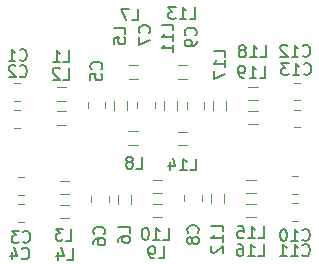
<source format=gbr>
%TF.GenerationSoftware,KiCad,Pcbnew,7.0.5.1-1-g8f565ef7f0-dirty-deb11*%
%TF.CreationDate,2023-07-21T08:52:31+00:00*%
%TF.ProjectId,BP02,42503032-2e6b-4696-9361-645f70636258,rev?*%
%TF.SameCoordinates,Original*%
%TF.FileFunction,Legend,Bot*%
%TF.FilePolarity,Positive*%
%FSLAX46Y46*%
G04 Gerber Fmt 4.6, Leading zero omitted, Abs format (unit mm)*
G04 Created by KiCad (PCBNEW 7.0.5.1-1-g8f565ef7f0-dirty-deb11) date 2023-07-21 08:52:31*
%MOMM*%
%LPD*%
G01*
G04 APERTURE LIST*
%ADD10C,0.150000*%
%ADD11C,0.120000*%
G04 APERTURE END LIST*
D10*
%TO.C,L10*%
X153749057Y-100454819D02*
X154225247Y-100454819D01*
X154225247Y-100454819D02*
X154225247Y-99454819D01*
X152891914Y-100454819D02*
X153463342Y-100454819D01*
X153177628Y-100454819D02*
X153177628Y-99454819D01*
X153177628Y-99454819D02*
X153272866Y-99597676D01*
X153272866Y-99597676D02*
X153368104Y-99692914D01*
X153368104Y-99692914D02*
X153463342Y-99740533D01*
X152272866Y-99454819D02*
X152177628Y-99454819D01*
X152177628Y-99454819D02*
X152082390Y-99502438D01*
X152082390Y-99502438D02*
X152034771Y-99550057D01*
X152034771Y-99550057D02*
X151987152Y-99645295D01*
X151987152Y-99645295D02*
X151939533Y-99835771D01*
X151939533Y-99835771D02*
X151939533Y-100073866D01*
X151939533Y-100073866D02*
X151987152Y-100264342D01*
X151987152Y-100264342D02*
X152034771Y-100359580D01*
X152034771Y-100359580D02*
X152082390Y-100407200D01*
X152082390Y-100407200D02*
X152177628Y-100454819D01*
X152177628Y-100454819D02*
X152272866Y-100454819D01*
X152272866Y-100454819D02*
X152368104Y-100407200D01*
X152368104Y-100407200D02*
X152415723Y-100359580D01*
X152415723Y-100359580D02*
X152463342Y-100264342D01*
X152463342Y-100264342D02*
X152510961Y-100073866D01*
X152510961Y-100073866D02*
X152510961Y-99835771D01*
X152510961Y-99835771D02*
X152463342Y-99645295D01*
X152463342Y-99645295D02*
X152415723Y-99550057D01*
X152415723Y-99550057D02*
X152368104Y-99502438D01*
X152368104Y-99502438D02*
X152272866Y-99454819D01*
%TO.C,C5*%
X148493780Y-86024133D02*
X148541400Y-85976514D01*
X148541400Y-85976514D02*
X148589019Y-85833657D01*
X148589019Y-85833657D02*
X148589019Y-85738419D01*
X148589019Y-85738419D02*
X148541400Y-85595562D01*
X148541400Y-85595562D02*
X148446161Y-85500324D01*
X148446161Y-85500324D02*
X148350923Y-85452705D01*
X148350923Y-85452705D02*
X148160447Y-85405086D01*
X148160447Y-85405086D02*
X148017590Y-85405086D01*
X148017590Y-85405086D02*
X147827114Y-85452705D01*
X147827114Y-85452705D02*
X147731876Y-85500324D01*
X147731876Y-85500324D02*
X147636638Y-85595562D01*
X147636638Y-85595562D02*
X147589019Y-85738419D01*
X147589019Y-85738419D02*
X147589019Y-85833657D01*
X147589019Y-85833657D02*
X147636638Y-85976514D01*
X147636638Y-85976514D02*
X147684257Y-86024133D01*
X147589019Y-86928895D02*
X147589019Y-86452705D01*
X147589019Y-86452705D02*
X148065209Y-86405086D01*
X148065209Y-86405086D02*
X148017590Y-86452705D01*
X148017590Y-86452705D02*
X147969971Y-86547943D01*
X147969971Y-86547943D02*
X147969971Y-86786038D01*
X147969971Y-86786038D02*
X148017590Y-86881276D01*
X148017590Y-86881276D02*
X148065209Y-86928895D01*
X148065209Y-86928895D02*
X148160447Y-86976514D01*
X148160447Y-86976514D02*
X148398542Y-86976514D01*
X148398542Y-86976514D02*
X148493780Y-86928895D01*
X148493780Y-86928895D02*
X148541400Y-86881276D01*
X148541400Y-86881276D02*
X148589019Y-86786038D01*
X148589019Y-86786038D02*
X148589019Y-86547943D01*
X148589019Y-86547943D02*
X148541400Y-86452705D01*
X148541400Y-86452705D02*
X148493780Y-86405086D01*
%TO.C,L1*%
X145303666Y-85426419D02*
X145779856Y-85426419D01*
X145779856Y-85426419D02*
X145779856Y-84426419D01*
X144446523Y-85426419D02*
X145017951Y-85426419D01*
X144732237Y-85426419D02*
X144732237Y-84426419D01*
X144732237Y-84426419D02*
X144827475Y-84569276D01*
X144827475Y-84569276D02*
X144922713Y-84664514D01*
X144922713Y-84664514D02*
X145017951Y-84712133D01*
%TO.C,L13*%
X155994457Y-81760419D02*
X156470647Y-81760419D01*
X156470647Y-81760419D02*
X156470647Y-80760419D01*
X155137314Y-81760419D02*
X155708742Y-81760419D01*
X155423028Y-81760419D02*
X155423028Y-80760419D01*
X155423028Y-80760419D02*
X155518266Y-80903276D01*
X155518266Y-80903276D02*
X155613504Y-80998514D01*
X155613504Y-80998514D02*
X155708742Y-81046133D01*
X154803980Y-80760419D02*
X154184933Y-80760419D01*
X154184933Y-80760419D02*
X154518266Y-81141371D01*
X154518266Y-81141371D02*
X154375409Y-81141371D01*
X154375409Y-81141371D02*
X154280171Y-81188990D01*
X154280171Y-81188990D02*
X154232552Y-81236609D01*
X154232552Y-81236609D02*
X154184933Y-81331847D01*
X154184933Y-81331847D02*
X154184933Y-81569942D01*
X154184933Y-81569942D02*
X154232552Y-81665180D01*
X154232552Y-81665180D02*
X154280171Y-81712800D01*
X154280171Y-81712800D02*
X154375409Y-81760419D01*
X154375409Y-81760419D02*
X154661123Y-81760419D01*
X154661123Y-81760419D02*
X154756361Y-81712800D01*
X154756361Y-81712800D02*
X154803980Y-81665180D01*
%TO.C,C12*%
X165570257Y-84865580D02*
X165617876Y-84913200D01*
X165617876Y-84913200D02*
X165760733Y-84960819D01*
X165760733Y-84960819D02*
X165855971Y-84960819D01*
X165855971Y-84960819D02*
X165998828Y-84913200D01*
X165998828Y-84913200D02*
X166094066Y-84817961D01*
X166094066Y-84817961D02*
X166141685Y-84722723D01*
X166141685Y-84722723D02*
X166189304Y-84532247D01*
X166189304Y-84532247D02*
X166189304Y-84389390D01*
X166189304Y-84389390D02*
X166141685Y-84198914D01*
X166141685Y-84198914D02*
X166094066Y-84103676D01*
X166094066Y-84103676D02*
X165998828Y-84008438D01*
X165998828Y-84008438D02*
X165855971Y-83960819D01*
X165855971Y-83960819D02*
X165760733Y-83960819D01*
X165760733Y-83960819D02*
X165617876Y-84008438D01*
X165617876Y-84008438D02*
X165570257Y-84056057D01*
X164617876Y-84960819D02*
X165189304Y-84960819D01*
X164903590Y-84960819D02*
X164903590Y-83960819D01*
X164903590Y-83960819D02*
X164998828Y-84103676D01*
X164998828Y-84103676D02*
X165094066Y-84198914D01*
X165094066Y-84198914D02*
X165189304Y-84246533D01*
X164236923Y-84056057D02*
X164189304Y-84008438D01*
X164189304Y-84008438D02*
X164094066Y-83960819D01*
X164094066Y-83960819D02*
X163855971Y-83960819D01*
X163855971Y-83960819D02*
X163760733Y-84008438D01*
X163760733Y-84008438D02*
X163713114Y-84056057D01*
X163713114Y-84056057D02*
X163665495Y-84151295D01*
X163665495Y-84151295D02*
X163665495Y-84246533D01*
X163665495Y-84246533D02*
X163713114Y-84389390D01*
X163713114Y-84389390D02*
X164284542Y-84960819D01*
X164284542Y-84960819D02*
X163665495Y-84960819D01*
%TO.C,L18*%
X161963457Y-85011619D02*
X162439647Y-85011619D01*
X162439647Y-85011619D02*
X162439647Y-84011619D01*
X161106314Y-85011619D02*
X161677742Y-85011619D01*
X161392028Y-85011619D02*
X161392028Y-84011619D01*
X161392028Y-84011619D02*
X161487266Y-84154476D01*
X161487266Y-84154476D02*
X161582504Y-84249714D01*
X161582504Y-84249714D02*
X161677742Y-84297333D01*
X160534885Y-84440190D02*
X160630123Y-84392571D01*
X160630123Y-84392571D02*
X160677742Y-84344952D01*
X160677742Y-84344952D02*
X160725361Y-84249714D01*
X160725361Y-84249714D02*
X160725361Y-84202095D01*
X160725361Y-84202095D02*
X160677742Y-84106857D01*
X160677742Y-84106857D02*
X160630123Y-84059238D01*
X160630123Y-84059238D02*
X160534885Y-84011619D01*
X160534885Y-84011619D02*
X160344409Y-84011619D01*
X160344409Y-84011619D02*
X160249171Y-84059238D01*
X160249171Y-84059238D02*
X160201552Y-84106857D01*
X160201552Y-84106857D02*
X160153933Y-84202095D01*
X160153933Y-84202095D02*
X160153933Y-84249714D01*
X160153933Y-84249714D02*
X160201552Y-84344952D01*
X160201552Y-84344952D02*
X160249171Y-84392571D01*
X160249171Y-84392571D02*
X160344409Y-84440190D01*
X160344409Y-84440190D02*
X160534885Y-84440190D01*
X160534885Y-84440190D02*
X160630123Y-84487809D01*
X160630123Y-84487809D02*
X160677742Y-84535428D01*
X160677742Y-84535428D02*
X160725361Y-84630666D01*
X160725361Y-84630666D02*
X160725361Y-84821142D01*
X160725361Y-84821142D02*
X160677742Y-84916380D01*
X160677742Y-84916380D02*
X160630123Y-84964000D01*
X160630123Y-84964000D02*
X160534885Y-85011619D01*
X160534885Y-85011619D02*
X160344409Y-85011619D01*
X160344409Y-85011619D02*
X160249171Y-84964000D01*
X160249171Y-84964000D02*
X160201552Y-84916380D01*
X160201552Y-84916380D02*
X160153933Y-84821142D01*
X160153933Y-84821142D02*
X160153933Y-84630666D01*
X160153933Y-84630666D02*
X160201552Y-84535428D01*
X160201552Y-84535428D02*
X160249171Y-84487809D01*
X160249171Y-84487809D02*
X160344409Y-84440190D01*
%TO.C,C6*%
X148737180Y-99975533D02*
X148784800Y-99927914D01*
X148784800Y-99927914D02*
X148832419Y-99785057D01*
X148832419Y-99785057D02*
X148832419Y-99689819D01*
X148832419Y-99689819D02*
X148784800Y-99546962D01*
X148784800Y-99546962D02*
X148689561Y-99451724D01*
X148689561Y-99451724D02*
X148594323Y-99404105D01*
X148594323Y-99404105D02*
X148403847Y-99356486D01*
X148403847Y-99356486D02*
X148260990Y-99356486D01*
X148260990Y-99356486D02*
X148070514Y-99404105D01*
X148070514Y-99404105D02*
X147975276Y-99451724D01*
X147975276Y-99451724D02*
X147880038Y-99546962D01*
X147880038Y-99546962D02*
X147832419Y-99689819D01*
X147832419Y-99689819D02*
X147832419Y-99785057D01*
X147832419Y-99785057D02*
X147880038Y-99927914D01*
X147880038Y-99927914D02*
X147927657Y-99975533D01*
X147832419Y-100832676D02*
X147832419Y-100642200D01*
X147832419Y-100642200D02*
X147880038Y-100546962D01*
X147880038Y-100546962D02*
X147927657Y-100499343D01*
X147927657Y-100499343D02*
X148070514Y-100404105D01*
X148070514Y-100404105D02*
X148260990Y-100356486D01*
X148260990Y-100356486D02*
X148641942Y-100356486D01*
X148641942Y-100356486D02*
X148737180Y-100404105D01*
X148737180Y-100404105D02*
X148784800Y-100451724D01*
X148784800Y-100451724D02*
X148832419Y-100546962D01*
X148832419Y-100546962D02*
X148832419Y-100737438D01*
X148832419Y-100737438D02*
X148784800Y-100832676D01*
X148784800Y-100832676D02*
X148737180Y-100880295D01*
X148737180Y-100880295D02*
X148641942Y-100927914D01*
X148641942Y-100927914D02*
X148403847Y-100927914D01*
X148403847Y-100927914D02*
X148308609Y-100880295D01*
X148308609Y-100880295D02*
X148260990Y-100832676D01*
X148260990Y-100832676D02*
X148213371Y-100737438D01*
X148213371Y-100737438D02*
X148213371Y-100546962D01*
X148213371Y-100546962D02*
X148260990Y-100451724D01*
X148260990Y-100451724D02*
X148308609Y-100404105D01*
X148308609Y-100404105D02*
X148403847Y-100356486D01*
%TO.C,L12*%
X158768019Y-99763542D02*
X158768019Y-99287352D01*
X158768019Y-99287352D02*
X157768019Y-99287352D01*
X158768019Y-100620685D02*
X158768019Y-100049257D01*
X158768019Y-100334971D02*
X157768019Y-100334971D01*
X157768019Y-100334971D02*
X157910876Y-100239733D01*
X157910876Y-100239733D02*
X158006114Y-100144495D01*
X158006114Y-100144495D02*
X158053733Y-100049257D01*
X157863257Y-101001638D02*
X157815638Y-101049257D01*
X157815638Y-101049257D02*
X157768019Y-101144495D01*
X157768019Y-101144495D02*
X157768019Y-101382590D01*
X157768019Y-101382590D02*
X157815638Y-101477828D01*
X157815638Y-101477828D02*
X157863257Y-101525447D01*
X157863257Y-101525447D02*
X157958495Y-101573066D01*
X157958495Y-101573066D02*
X158053733Y-101573066D01*
X158053733Y-101573066D02*
X158196590Y-101525447D01*
X158196590Y-101525447D02*
X158768019Y-100954019D01*
X158768019Y-100954019D02*
X158768019Y-101573066D01*
%TO.C,L19*%
X161912657Y-86738819D02*
X162388847Y-86738819D01*
X162388847Y-86738819D02*
X162388847Y-85738819D01*
X161055514Y-86738819D02*
X161626942Y-86738819D01*
X161341228Y-86738819D02*
X161341228Y-85738819D01*
X161341228Y-85738819D02*
X161436466Y-85881676D01*
X161436466Y-85881676D02*
X161531704Y-85976914D01*
X161531704Y-85976914D02*
X161626942Y-86024533D01*
X160579323Y-86738819D02*
X160388847Y-86738819D01*
X160388847Y-86738819D02*
X160293609Y-86691200D01*
X160293609Y-86691200D02*
X160245990Y-86643580D01*
X160245990Y-86643580D02*
X160150752Y-86500723D01*
X160150752Y-86500723D02*
X160103133Y-86310247D01*
X160103133Y-86310247D02*
X160103133Y-85929295D01*
X160103133Y-85929295D02*
X160150752Y-85834057D01*
X160150752Y-85834057D02*
X160198371Y-85786438D01*
X160198371Y-85786438D02*
X160293609Y-85738819D01*
X160293609Y-85738819D02*
X160484085Y-85738819D01*
X160484085Y-85738819D02*
X160579323Y-85786438D01*
X160579323Y-85786438D02*
X160626942Y-85834057D01*
X160626942Y-85834057D02*
X160674561Y-85929295D01*
X160674561Y-85929295D02*
X160674561Y-86167390D01*
X160674561Y-86167390D02*
X160626942Y-86262628D01*
X160626942Y-86262628D02*
X160579323Y-86310247D01*
X160579323Y-86310247D02*
X160484085Y-86357866D01*
X160484085Y-86357866D02*
X160293609Y-86357866D01*
X160293609Y-86357866D02*
X160198371Y-86310247D01*
X160198371Y-86310247D02*
X160150752Y-86262628D01*
X160150752Y-86262628D02*
X160103133Y-86167390D01*
%TO.C,L3*%
X145496166Y-100531019D02*
X145972356Y-100531019D01*
X145972356Y-100531019D02*
X145972356Y-99531019D01*
X145258070Y-99531019D02*
X144639023Y-99531019D01*
X144639023Y-99531019D02*
X144972356Y-99911971D01*
X144972356Y-99911971D02*
X144829499Y-99911971D01*
X144829499Y-99911971D02*
X144734261Y-99959590D01*
X144734261Y-99959590D02*
X144686642Y-100007209D01*
X144686642Y-100007209D02*
X144639023Y-100102447D01*
X144639023Y-100102447D02*
X144639023Y-100340542D01*
X144639023Y-100340542D02*
X144686642Y-100435780D01*
X144686642Y-100435780D02*
X144734261Y-100483400D01*
X144734261Y-100483400D02*
X144829499Y-100531019D01*
X144829499Y-100531019D02*
X145115213Y-100531019D01*
X145115213Y-100531019D02*
X145210451Y-100483400D01*
X145210451Y-100483400D02*
X145258070Y-100435780D01*
%TO.C,L11*%
X154612619Y-82745542D02*
X154612619Y-82269352D01*
X154612619Y-82269352D02*
X153612619Y-82269352D01*
X154612619Y-83602685D02*
X154612619Y-83031257D01*
X154612619Y-83316971D02*
X153612619Y-83316971D01*
X153612619Y-83316971D02*
X153755476Y-83221733D01*
X153755476Y-83221733D02*
X153850714Y-83126495D01*
X153850714Y-83126495D02*
X153898333Y-83031257D01*
X154612619Y-84555066D02*
X154612619Y-83983638D01*
X154612619Y-84269352D02*
X153612619Y-84269352D01*
X153612619Y-84269352D02*
X153755476Y-84174114D01*
X153755476Y-84174114D02*
X153850714Y-84078876D01*
X153850714Y-84078876D02*
X153898333Y-83983638D01*
%TO.C,L15*%
X161800857Y-100327819D02*
X162277047Y-100327819D01*
X162277047Y-100327819D02*
X162277047Y-99327819D01*
X160943714Y-100327819D02*
X161515142Y-100327819D01*
X161229428Y-100327819D02*
X161229428Y-99327819D01*
X161229428Y-99327819D02*
X161324666Y-99470676D01*
X161324666Y-99470676D02*
X161419904Y-99565914D01*
X161419904Y-99565914D02*
X161515142Y-99613533D01*
X160038952Y-99327819D02*
X160515142Y-99327819D01*
X160515142Y-99327819D02*
X160562761Y-99804009D01*
X160562761Y-99804009D02*
X160515142Y-99756390D01*
X160515142Y-99756390D02*
X160419904Y-99708771D01*
X160419904Y-99708771D02*
X160181809Y-99708771D01*
X160181809Y-99708771D02*
X160086571Y-99756390D01*
X160086571Y-99756390D02*
X160038952Y-99804009D01*
X160038952Y-99804009D02*
X159991333Y-99899247D01*
X159991333Y-99899247D02*
X159991333Y-100137342D01*
X159991333Y-100137342D02*
X160038952Y-100232580D01*
X160038952Y-100232580D02*
X160086571Y-100280200D01*
X160086571Y-100280200D02*
X160181809Y-100327819D01*
X160181809Y-100327819D02*
X160419904Y-100327819D01*
X160419904Y-100327819D02*
X160515142Y-100280200D01*
X160515142Y-100280200D02*
X160562761Y-100232580D01*
%TO.C,C2*%
X141599566Y-86601180D02*
X141647185Y-86648800D01*
X141647185Y-86648800D02*
X141790042Y-86696419D01*
X141790042Y-86696419D02*
X141885280Y-86696419D01*
X141885280Y-86696419D02*
X142028137Y-86648800D01*
X142028137Y-86648800D02*
X142123375Y-86553561D01*
X142123375Y-86553561D02*
X142170994Y-86458323D01*
X142170994Y-86458323D02*
X142218613Y-86267847D01*
X142218613Y-86267847D02*
X142218613Y-86124990D01*
X142218613Y-86124990D02*
X142170994Y-85934514D01*
X142170994Y-85934514D02*
X142123375Y-85839276D01*
X142123375Y-85839276D02*
X142028137Y-85744038D01*
X142028137Y-85744038D02*
X141885280Y-85696419D01*
X141885280Y-85696419D02*
X141790042Y-85696419D01*
X141790042Y-85696419D02*
X141647185Y-85744038D01*
X141647185Y-85744038D02*
X141599566Y-85791657D01*
X141218613Y-85791657D02*
X141170994Y-85744038D01*
X141170994Y-85744038D02*
X141075756Y-85696419D01*
X141075756Y-85696419D02*
X140837661Y-85696419D01*
X140837661Y-85696419D02*
X140742423Y-85744038D01*
X140742423Y-85744038D02*
X140694804Y-85791657D01*
X140694804Y-85791657D02*
X140647185Y-85886895D01*
X140647185Y-85886895D02*
X140647185Y-85982133D01*
X140647185Y-85982133D02*
X140694804Y-86124990D01*
X140694804Y-86124990D02*
X141266232Y-86696419D01*
X141266232Y-86696419D02*
X140647185Y-86696419D01*
%TO.C,C8*%
X156666180Y-99858733D02*
X156713800Y-99811114D01*
X156713800Y-99811114D02*
X156761419Y-99668257D01*
X156761419Y-99668257D02*
X156761419Y-99573019D01*
X156761419Y-99573019D02*
X156713800Y-99430162D01*
X156713800Y-99430162D02*
X156618561Y-99334924D01*
X156618561Y-99334924D02*
X156523323Y-99287305D01*
X156523323Y-99287305D02*
X156332847Y-99239686D01*
X156332847Y-99239686D02*
X156189990Y-99239686D01*
X156189990Y-99239686D02*
X155999514Y-99287305D01*
X155999514Y-99287305D02*
X155904276Y-99334924D01*
X155904276Y-99334924D02*
X155809038Y-99430162D01*
X155809038Y-99430162D02*
X155761419Y-99573019D01*
X155761419Y-99573019D02*
X155761419Y-99668257D01*
X155761419Y-99668257D02*
X155809038Y-99811114D01*
X155809038Y-99811114D02*
X155856657Y-99858733D01*
X156189990Y-100430162D02*
X156142371Y-100334924D01*
X156142371Y-100334924D02*
X156094752Y-100287305D01*
X156094752Y-100287305D02*
X155999514Y-100239686D01*
X155999514Y-100239686D02*
X155951895Y-100239686D01*
X155951895Y-100239686D02*
X155856657Y-100287305D01*
X155856657Y-100287305D02*
X155809038Y-100334924D01*
X155809038Y-100334924D02*
X155761419Y-100430162D01*
X155761419Y-100430162D02*
X155761419Y-100620638D01*
X155761419Y-100620638D02*
X155809038Y-100715876D01*
X155809038Y-100715876D02*
X155856657Y-100763495D01*
X155856657Y-100763495D02*
X155951895Y-100811114D01*
X155951895Y-100811114D02*
X155999514Y-100811114D01*
X155999514Y-100811114D02*
X156094752Y-100763495D01*
X156094752Y-100763495D02*
X156142371Y-100715876D01*
X156142371Y-100715876D02*
X156189990Y-100620638D01*
X156189990Y-100620638D02*
X156189990Y-100430162D01*
X156189990Y-100430162D02*
X156237609Y-100334924D01*
X156237609Y-100334924D02*
X156285228Y-100287305D01*
X156285228Y-100287305D02*
X156380466Y-100239686D01*
X156380466Y-100239686D02*
X156570942Y-100239686D01*
X156570942Y-100239686D02*
X156666180Y-100287305D01*
X156666180Y-100287305D02*
X156713800Y-100334924D01*
X156713800Y-100334924D02*
X156761419Y-100430162D01*
X156761419Y-100430162D02*
X156761419Y-100620638D01*
X156761419Y-100620638D02*
X156713800Y-100715876D01*
X156713800Y-100715876D02*
X156666180Y-100763495D01*
X156666180Y-100763495D02*
X156570942Y-100811114D01*
X156570942Y-100811114D02*
X156380466Y-100811114D01*
X156380466Y-100811114D02*
X156285228Y-100763495D01*
X156285228Y-100763495D02*
X156237609Y-100715876D01*
X156237609Y-100715876D02*
X156189990Y-100620638D01*
%TO.C,L2*%
X145252866Y-86899619D02*
X145729056Y-86899619D01*
X145729056Y-86899619D02*
X145729056Y-85899619D01*
X144967151Y-85994857D02*
X144919532Y-85947238D01*
X144919532Y-85947238D02*
X144824294Y-85899619D01*
X144824294Y-85899619D02*
X144586199Y-85899619D01*
X144586199Y-85899619D02*
X144490961Y-85947238D01*
X144490961Y-85947238D02*
X144443342Y-85994857D01*
X144443342Y-85994857D02*
X144395723Y-86090095D01*
X144395723Y-86090095D02*
X144395723Y-86185333D01*
X144395723Y-86185333D02*
X144443342Y-86328190D01*
X144443342Y-86328190D02*
X145014770Y-86899619D01*
X145014770Y-86899619D02*
X144395723Y-86899619D01*
%TO.C,C4*%
X141771066Y-102035980D02*
X141818685Y-102083600D01*
X141818685Y-102083600D02*
X141961542Y-102131219D01*
X141961542Y-102131219D02*
X142056780Y-102131219D01*
X142056780Y-102131219D02*
X142199637Y-102083600D01*
X142199637Y-102083600D02*
X142294875Y-101988361D01*
X142294875Y-101988361D02*
X142342494Y-101893123D01*
X142342494Y-101893123D02*
X142390113Y-101702647D01*
X142390113Y-101702647D02*
X142390113Y-101559790D01*
X142390113Y-101559790D02*
X142342494Y-101369314D01*
X142342494Y-101369314D02*
X142294875Y-101274076D01*
X142294875Y-101274076D02*
X142199637Y-101178838D01*
X142199637Y-101178838D02*
X142056780Y-101131219D01*
X142056780Y-101131219D02*
X141961542Y-101131219D01*
X141961542Y-101131219D02*
X141818685Y-101178838D01*
X141818685Y-101178838D02*
X141771066Y-101226457D01*
X140913923Y-101464552D02*
X140913923Y-102131219D01*
X141152018Y-101083600D02*
X141390113Y-101797885D01*
X141390113Y-101797885D02*
X140771066Y-101797885D01*
%TO.C,C3*%
X141872666Y-100613580D02*
X141920285Y-100661200D01*
X141920285Y-100661200D02*
X142063142Y-100708819D01*
X142063142Y-100708819D02*
X142158380Y-100708819D01*
X142158380Y-100708819D02*
X142301237Y-100661200D01*
X142301237Y-100661200D02*
X142396475Y-100565961D01*
X142396475Y-100565961D02*
X142444094Y-100470723D01*
X142444094Y-100470723D02*
X142491713Y-100280247D01*
X142491713Y-100280247D02*
X142491713Y-100137390D01*
X142491713Y-100137390D02*
X142444094Y-99946914D01*
X142444094Y-99946914D02*
X142396475Y-99851676D01*
X142396475Y-99851676D02*
X142301237Y-99756438D01*
X142301237Y-99756438D02*
X142158380Y-99708819D01*
X142158380Y-99708819D02*
X142063142Y-99708819D01*
X142063142Y-99708819D02*
X141920285Y-99756438D01*
X141920285Y-99756438D02*
X141872666Y-99804057D01*
X141539332Y-99708819D02*
X140920285Y-99708819D01*
X140920285Y-99708819D02*
X141253618Y-100089771D01*
X141253618Y-100089771D02*
X141110761Y-100089771D01*
X141110761Y-100089771D02*
X141015523Y-100137390D01*
X141015523Y-100137390D02*
X140967904Y-100185009D01*
X140967904Y-100185009D02*
X140920285Y-100280247D01*
X140920285Y-100280247D02*
X140920285Y-100518342D01*
X140920285Y-100518342D02*
X140967904Y-100613580D01*
X140967904Y-100613580D02*
X141015523Y-100661200D01*
X141015523Y-100661200D02*
X141110761Y-100708819D01*
X141110761Y-100708819D02*
X141396475Y-100708819D01*
X141396475Y-100708819D02*
X141491713Y-100661200D01*
X141491713Y-100661200D02*
X141539332Y-100613580D01*
%TO.C,L9*%
X153349066Y-102029619D02*
X153825256Y-102029619D01*
X153825256Y-102029619D02*
X153825256Y-101029619D01*
X152968113Y-102029619D02*
X152777637Y-102029619D01*
X152777637Y-102029619D02*
X152682399Y-101982000D01*
X152682399Y-101982000D02*
X152634780Y-101934380D01*
X152634780Y-101934380D02*
X152539542Y-101791523D01*
X152539542Y-101791523D02*
X152491923Y-101601047D01*
X152491923Y-101601047D02*
X152491923Y-101220095D01*
X152491923Y-101220095D02*
X152539542Y-101124857D01*
X152539542Y-101124857D02*
X152587161Y-101077238D01*
X152587161Y-101077238D02*
X152682399Y-101029619D01*
X152682399Y-101029619D02*
X152872875Y-101029619D01*
X152872875Y-101029619D02*
X152968113Y-101077238D01*
X152968113Y-101077238D02*
X153015732Y-101124857D01*
X153015732Y-101124857D02*
X153063351Y-101220095D01*
X153063351Y-101220095D02*
X153063351Y-101458190D01*
X153063351Y-101458190D02*
X153015732Y-101553428D01*
X153015732Y-101553428D02*
X152968113Y-101601047D01*
X152968113Y-101601047D02*
X152872875Y-101648666D01*
X152872875Y-101648666D02*
X152682399Y-101648666D01*
X152682399Y-101648666D02*
X152587161Y-101601047D01*
X152587161Y-101601047D02*
X152539542Y-101553428D01*
X152539542Y-101553428D02*
X152491923Y-101458190D01*
%TO.C,L14*%
X156019857Y-94587419D02*
X156496047Y-94587419D01*
X156496047Y-94587419D02*
X156496047Y-93587419D01*
X155162714Y-94587419D02*
X155734142Y-94587419D01*
X155448428Y-94587419D02*
X155448428Y-93587419D01*
X155448428Y-93587419D02*
X155543666Y-93730276D01*
X155543666Y-93730276D02*
X155638904Y-93825514D01*
X155638904Y-93825514D02*
X155734142Y-93873133D01*
X154305571Y-93920752D02*
X154305571Y-94587419D01*
X154543666Y-93539800D02*
X154781761Y-94254085D01*
X154781761Y-94254085D02*
X154162714Y-94254085D01*
%TO.C,L17*%
X159006819Y-84980742D02*
X159006819Y-84504552D01*
X159006819Y-84504552D02*
X158006819Y-84504552D01*
X159006819Y-85837885D02*
X159006819Y-85266457D01*
X159006819Y-85552171D02*
X158006819Y-85552171D01*
X158006819Y-85552171D02*
X158149676Y-85456933D01*
X158149676Y-85456933D02*
X158244914Y-85361695D01*
X158244914Y-85361695D02*
X158292533Y-85266457D01*
X158006819Y-86171219D02*
X158006819Y-86837885D01*
X158006819Y-86837885D02*
X159006819Y-86409314D01*
%TO.C,L16*%
X161775457Y-101826419D02*
X162251647Y-101826419D01*
X162251647Y-101826419D02*
X162251647Y-100826419D01*
X160918314Y-101826419D02*
X161489742Y-101826419D01*
X161204028Y-101826419D02*
X161204028Y-100826419D01*
X161204028Y-100826419D02*
X161299266Y-100969276D01*
X161299266Y-100969276D02*
X161394504Y-101064514D01*
X161394504Y-101064514D02*
X161489742Y-101112133D01*
X160061171Y-100826419D02*
X160251647Y-100826419D01*
X160251647Y-100826419D02*
X160346885Y-100874038D01*
X160346885Y-100874038D02*
X160394504Y-100921657D01*
X160394504Y-100921657D02*
X160489742Y-101064514D01*
X160489742Y-101064514D02*
X160537361Y-101254990D01*
X160537361Y-101254990D02*
X160537361Y-101635942D01*
X160537361Y-101635942D02*
X160489742Y-101731180D01*
X160489742Y-101731180D02*
X160442123Y-101778800D01*
X160442123Y-101778800D02*
X160346885Y-101826419D01*
X160346885Y-101826419D02*
X160156409Y-101826419D01*
X160156409Y-101826419D02*
X160061171Y-101778800D01*
X160061171Y-101778800D02*
X160013552Y-101731180D01*
X160013552Y-101731180D02*
X159965933Y-101635942D01*
X159965933Y-101635942D02*
X159965933Y-101397847D01*
X159965933Y-101397847D02*
X160013552Y-101302609D01*
X160013552Y-101302609D02*
X160061171Y-101254990D01*
X160061171Y-101254990D02*
X160156409Y-101207371D01*
X160156409Y-101207371D02*
X160346885Y-101207371D01*
X160346885Y-101207371D02*
X160442123Y-101254990D01*
X160442123Y-101254990D02*
X160489742Y-101302609D01*
X160489742Y-101302609D02*
X160537361Y-101397847D01*
%TO.C,L4*%
X145597766Y-102156619D02*
X146073956Y-102156619D01*
X146073956Y-102156619D02*
X146073956Y-101156619D01*
X144835861Y-101489952D02*
X144835861Y-102156619D01*
X145073956Y-101109000D02*
X145312051Y-101823285D01*
X145312051Y-101823285D02*
X144693004Y-101823285D01*
%TO.C,L5*%
X150548619Y-83043933D02*
X150548619Y-82567743D01*
X150548619Y-82567743D02*
X149548619Y-82567743D01*
X149548619Y-83853457D02*
X149548619Y-83377267D01*
X149548619Y-83377267D02*
X150024809Y-83329648D01*
X150024809Y-83329648D02*
X149977190Y-83377267D01*
X149977190Y-83377267D02*
X149929571Y-83472505D01*
X149929571Y-83472505D02*
X149929571Y-83710600D01*
X149929571Y-83710600D02*
X149977190Y-83805838D01*
X149977190Y-83805838D02*
X150024809Y-83853457D01*
X150024809Y-83853457D02*
X150120047Y-83901076D01*
X150120047Y-83901076D02*
X150358142Y-83901076D01*
X150358142Y-83901076D02*
X150453380Y-83853457D01*
X150453380Y-83853457D02*
X150501000Y-83805838D01*
X150501000Y-83805838D02*
X150548619Y-83710600D01*
X150548619Y-83710600D02*
X150548619Y-83472505D01*
X150548619Y-83472505D02*
X150501000Y-83377267D01*
X150501000Y-83377267D02*
X150453380Y-83329648D01*
%TO.C,C13*%
X165646457Y-86414980D02*
X165694076Y-86462600D01*
X165694076Y-86462600D02*
X165836933Y-86510219D01*
X165836933Y-86510219D02*
X165932171Y-86510219D01*
X165932171Y-86510219D02*
X166075028Y-86462600D01*
X166075028Y-86462600D02*
X166170266Y-86367361D01*
X166170266Y-86367361D02*
X166217885Y-86272123D01*
X166217885Y-86272123D02*
X166265504Y-86081647D01*
X166265504Y-86081647D02*
X166265504Y-85938790D01*
X166265504Y-85938790D02*
X166217885Y-85748314D01*
X166217885Y-85748314D02*
X166170266Y-85653076D01*
X166170266Y-85653076D02*
X166075028Y-85557838D01*
X166075028Y-85557838D02*
X165932171Y-85510219D01*
X165932171Y-85510219D02*
X165836933Y-85510219D01*
X165836933Y-85510219D02*
X165694076Y-85557838D01*
X165694076Y-85557838D02*
X165646457Y-85605457D01*
X164694076Y-86510219D02*
X165265504Y-86510219D01*
X164979790Y-86510219D02*
X164979790Y-85510219D01*
X164979790Y-85510219D02*
X165075028Y-85653076D01*
X165075028Y-85653076D02*
X165170266Y-85748314D01*
X165170266Y-85748314D02*
X165265504Y-85795933D01*
X164360742Y-85510219D02*
X163741695Y-85510219D01*
X163741695Y-85510219D02*
X164075028Y-85891171D01*
X164075028Y-85891171D02*
X163932171Y-85891171D01*
X163932171Y-85891171D02*
X163836933Y-85938790D01*
X163836933Y-85938790D02*
X163789314Y-85986409D01*
X163789314Y-85986409D02*
X163741695Y-86081647D01*
X163741695Y-86081647D02*
X163741695Y-86319742D01*
X163741695Y-86319742D02*
X163789314Y-86414980D01*
X163789314Y-86414980D02*
X163836933Y-86462600D01*
X163836933Y-86462600D02*
X163932171Y-86510219D01*
X163932171Y-86510219D02*
X164217885Y-86510219D01*
X164217885Y-86510219D02*
X164313123Y-86462600D01*
X164313123Y-86462600D02*
X164360742Y-86414980D01*
%TO.C,C10*%
X165534657Y-100461180D02*
X165582276Y-100508800D01*
X165582276Y-100508800D02*
X165725133Y-100556419D01*
X165725133Y-100556419D02*
X165820371Y-100556419D01*
X165820371Y-100556419D02*
X165963228Y-100508800D01*
X165963228Y-100508800D02*
X166058466Y-100413561D01*
X166058466Y-100413561D02*
X166106085Y-100318323D01*
X166106085Y-100318323D02*
X166153704Y-100127847D01*
X166153704Y-100127847D02*
X166153704Y-99984990D01*
X166153704Y-99984990D02*
X166106085Y-99794514D01*
X166106085Y-99794514D02*
X166058466Y-99699276D01*
X166058466Y-99699276D02*
X165963228Y-99604038D01*
X165963228Y-99604038D02*
X165820371Y-99556419D01*
X165820371Y-99556419D02*
X165725133Y-99556419D01*
X165725133Y-99556419D02*
X165582276Y-99604038D01*
X165582276Y-99604038D02*
X165534657Y-99651657D01*
X164582276Y-100556419D02*
X165153704Y-100556419D01*
X164867990Y-100556419D02*
X164867990Y-99556419D01*
X164867990Y-99556419D02*
X164963228Y-99699276D01*
X164963228Y-99699276D02*
X165058466Y-99794514D01*
X165058466Y-99794514D02*
X165153704Y-99842133D01*
X163963228Y-99556419D02*
X163867990Y-99556419D01*
X163867990Y-99556419D02*
X163772752Y-99604038D01*
X163772752Y-99604038D02*
X163725133Y-99651657D01*
X163725133Y-99651657D02*
X163677514Y-99746895D01*
X163677514Y-99746895D02*
X163629895Y-99937371D01*
X163629895Y-99937371D02*
X163629895Y-100175466D01*
X163629895Y-100175466D02*
X163677514Y-100365942D01*
X163677514Y-100365942D02*
X163725133Y-100461180D01*
X163725133Y-100461180D02*
X163772752Y-100508800D01*
X163772752Y-100508800D02*
X163867990Y-100556419D01*
X163867990Y-100556419D02*
X163963228Y-100556419D01*
X163963228Y-100556419D02*
X164058466Y-100508800D01*
X164058466Y-100508800D02*
X164106085Y-100461180D01*
X164106085Y-100461180D02*
X164153704Y-100365942D01*
X164153704Y-100365942D02*
X164201323Y-100175466D01*
X164201323Y-100175466D02*
X164201323Y-99937371D01*
X164201323Y-99937371D02*
X164153704Y-99746895D01*
X164153704Y-99746895D02*
X164106085Y-99651657D01*
X164106085Y-99651657D02*
X164058466Y-99604038D01*
X164058466Y-99604038D02*
X163963228Y-99556419D01*
%TO.C,C9*%
X156473180Y-83145533D02*
X156520800Y-83097914D01*
X156520800Y-83097914D02*
X156568419Y-82955057D01*
X156568419Y-82955057D02*
X156568419Y-82859819D01*
X156568419Y-82859819D02*
X156520800Y-82716962D01*
X156520800Y-82716962D02*
X156425561Y-82621724D01*
X156425561Y-82621724D02*
X156330323Y-82574105D01*
X156330323Y-82574105D02*
X156139847Y-82526486D01*
X156139847Y-82526486D02*
X155996990Y-82526486D01*
X155996990Y-82526486D02*
X155806514Y-82574105D01*
X155806514Y-82574105D02*
X155711276Y-82621724D01*
X155711276Y-82621724D02*
X155616038Y-82716962D01*
X155616038Y-82716962D02*
X155568419Y-82859819D01*
X155568419Y-82859819D02*
X155568419Y-82955057D01*
X155568419Y-82955057D02*
X155616038Y-83097914D01*
X155616038Y-83097914D02*
X155663657Y-83145533D01*
X156568419Y-83621724D02*
X156568419Y-83812200D01*
X156568419Y-83812200D02*
X156520800Y-83907438D01*
X156520800Y-83907438D02*
X156473180Y-83955057D01*
X156473180Y-83955057D02*
X156330323Y-84050295D01*
X156330323Y-84050295D02*
X156139847Y-84097914D01*
X156139847Y-84097914D02*
X155758895Y-84097914D01*
X155758895Y-84097914D02*
X155663657Y-84050295D01*
X155663657Y-84050295D02*
X155616038Y-84002676D01*
X155616038Y-84002676D02*
X155568419Y-83907438D01*
X155568419Y-83907438D02*
X155568419Y-83716962D01*
X155568419Y-83716962D02*
X155616038Y-83621724D01*
X155616038Y-83621724D02*
X155663657Y-83574105D01*
X155663657Y-83574105D02*
X155758895Y-83526486D01*
X155758895Y-83526486D02*
X155996990Y-83526486D01*
X155996990Y-83526486D02*
X156092228Y-83574105D01*
X156092228Y-83574105D02*
X156139847Y-83621724D01*
X156139847Y-83621724D02*
X156187466Y-83716962D01*
X156187466Y-83716962D02*
X156187466Y-83907438D01*
X156187466Y-83907438D02*
X156139847Y-84002676D01*
X156139847Y-84002676D02*
X156092228Y-84050295D01*
X156092228Y-84050295D02*
X155996990Y-84097914D01*
%TO.C,C11*%
X165534657Y-101756580D02*
X165582276Y-101804200D01*
X165582276Y-101804200D02*
X165725133Y-101851819D01*
X165725133Y-101851819D02*
X165820371Y-101851819D01*
X165820371Y-101851819D02*
X165963228Y-101804200D01*
X165963228Y-101804200D02*
X166058466Y-101708961D01*
X166058466Y-101708961D02*
X166106085Y-101613723D01*
X166106085Y-101613723D02*
X166153704Y-101423247D01*
X166153704Y-101423247D02*
X166153704Y-101280390D01*
X166153704Y-101280390D02*
X166106085Y-101089914D01*
X166106085Y-101089914D02*
X166058466Y-100994676D01*
X166058466Y-100994676D02*
X165963228Y-100899438D01*
X165963228Y-100899438D02*
X165820371Y-100851819D01*
X165820371Y-100851819D02*
X165725133Y-100851819D01*
X165725133Y-100851819D02*
X165582276Y-100899438D01*
X165582276Y-100899438D02*
X165534657Y-100947057D01*
X164582276Y-101851819D02*
X165153704Y-101851819D01*
X164867990Y-101851819D02*
X164867990Y-100851819D01*
X164867990Y-100851819D02*
X164963228Y-100994676D01*
X164963228Y-100994676D02*
X165058466Y-101089914D01*
X165058466Y-101089914D02*
X165153704Y-101137533D01*
X163629895Y-101851819D02*
X164201323Y-101851819D01*
X163915609Y-101851819D02*
X163915609Y-100851819D01*
X163915609Y-100851819D02*
X164010847Y-100994676D01*
X164010847Y-100994676D02*
X164106085Y-101089914D01*
X164106085Y-101089914D02*
X164201323Y-101137533D01*
%TO.C,L8*%
X151454266Y-94435019D02*
X151930456Y-94435019D01*
X151930456Y-94435019D02*
X151930456Y-93435019D01*
X150978075Y-93863590D02*
X151073313Y-93815971D01*
X151073313Y-93815971D02*
X151120932Y-93768352D01*
X151120932Y-93768352D02*
X151168551Y-93673114D01*
X151168551Y-93673114D02*
X151168551Y-93625495D01*
X151168551Y-93625495D02*
X151120932Y-93530257D01*
X151120932Y-93530257D02*
X151073313Y-93482638D01*
X151073313Y-93482638D02*
X150978075Y-93435019D01*
X150978075Y-93435019D02*
X150787599Y-93435019D01*
X150787599Y-93435019D02*
X150692361Y-93482638D01*
X150692361Y-93482638D02*
X150644742Y-93530257D01*
X150644742Y-93530257D02*
X150597123Y-93625495D01*
X150597123Y-93625495D02*
X150597123Y-93673114D01*
X150597123Y-93673114D02*
X150644742Y-93768352D01*
X150644742Y-93768352D02*
X150692361Y-93815971D01*
X150692361Y-93815971D02*
X150787599Y-93863590D01*
X150787599Y-93863590D02*
X150978075Y-93863590D01*
X150978075Y-93863590D02*
X151073313Y-93911209D01*
X151073313Y-93911209D02*
X151120932Y-93958828D01*
X151120932Y-93958828D02*
X151168551Y-94054066D01*
X151168551Y-94054066D02*
X151168551Y-94244542D01*
X151168551Y-94244542D02*
X151120932Y-94339780D01*
X151120932Y-94339780D02*
X151073313Y-94387400D01*
X151073313Y-94387400D02*
X150978075Y-94435019D01*
X150978075Y-94435019D02*
X150787599Y-94435019D01*
X150787599Y-94435019D02*
X150692361Y-94387400D01*
X150692361Y-94387400D02*
X150644742Y-94339780D01*
X150644742Y-94339780D02*
X150597123Y-94244542D01*
X150597123Y-94244542D02*
X150597123Y-94054066D01*
X150597123Y-94054066D02*
X150644742Y-93958828D01*
X150644742Y-93958828D02*
X150692361Y-93911209D01*
X150692361Y-93911209D02*
X150787599Y-93863590D01*
%TO.C,L7*%
X151098666Y-81887419D02*
X151574856Y-81887419D01*
X151574856Y-81887419D02*
X151574856Y-80887419D01*
X150860570Y-80887419D02*
X150193904Y-80887419D01*
X150193904Y-80887419D02*
X150622475Y-81887419D01*
%TO.C,C7*%
X152561580Y-82942333D02*
X152609200Y-82894714D01*
X152609200Y-82894714D02*
X152656819Y-82751857D01*
X152656819Y-82751857D02*
X152656819Y-82656619D01*
X152656819Y-82656619D02*
X152609200Y-82513762D01*
X152609200Y-82513762D02*
X152513961Y-82418524D01*
X152513961Y-82418524D02*
X152418723Y-82370905D01*
X152418723Y-82370905D02*
X152228247Y-82323286D01*
X152228247Y-82323286D02*
X152085390Y-82323286D01*
X152085390Y-82323286D02*
X151894914Y-82370905D01*
X151894914Y-82370905D02*
X151799676Y-82418524D01*
X151799676Y-82418524D02*
X151704438Y-82513762D01*
X151704438Y-82513762D02*
X151656819Y-82656619D01*
X151656819Y-82656619D02*
X151656819Y-82751857D01*
X151656819Y-82751857D02*
X151704438Y-82894714D01*
X151704438Y-82894714D02*
X151752057Y-82942333D01*
X151656819Y-83275667D02*
X151656819Y-83942333D01*
X151656819Y-83942333D02*
X152656819Y-83513762D01*
%TO.C,C1*%
X141599566Y-85229580D02*
X141647185Y-85277200D01*
X141647185Y-85277200D02*
X141790042Y-85324819D01*
X141790042Y-85324819D02*
X141885280Y-85324819D01*
X141885280Y-85324819D02*
X142028137Y-85277200D01*
X142028137Y-85277200D02*
X142123375Y-85181961D01*
X142123375Y-85181961D02*
X142170994Y-85086723D01*
X142170994Y-85086723D02*
X142218613Y-84896247D01*
X142218613Y-84896247D02*
X142218613Y-84753390D01*
X142218613Y-84753390D02*
X142170994Y-84562914D01*
X142170994Y-84562914D02*
X142123375Y-84467676D01*
X142123375Y-84467676D02*
X142028137Y-84372438D01*
X142028137Y-84372438D02*
X141885280Y-84324819D01*
X141885280Y-84324819D02*
X141790042Y-84324819D01*
X141790042Y-84324819D02*
X141647185Y-84372438D01*
X141647185Y-84372438D02*
X141599566Y-84420057D01*
X140647185Y-85324819D02*
X141218613Y-85324819D01*
X140932899Y-85324819D02*
X140932899Y-84324819D01*
X140932899Y-84324819D02*
X141028137Y-84467676D01*
X141028137Y-84467676D02*
X141123375Y-84562914D01*
X141123375Y-84562914D02*
X141218613Y-84610533D01*
%TO.C,L6*%
X150915219Y-99873933D02*
X150915219Y-99397743D01*
X150915219Y-99397743D02*
X149915219Y-99397743D01*
X149915219Y-100635838D02*
X149915219Y-100445362D01*
X149915219Y-100445362D02*
X149962838Y-100350124D01*
X149962838Y-100350124D02*
X150010457Y-100302505D01*
X150010457Y-100302505D02*
X150153314Y-100207267D01*
X150153314Y-100207267D02*
X150343790Y-100159648D01*
X150343790Y-100159648D02*
X150724742Y-100159648D01*
X150724742Y-100159648D02*
X150819980Y-100207267D01*
X150819980Y-100207267D02*
X150867600Y-100254886D01*
X150867600Y-100254886D02*
X150915219Y-100350124D01*
X150915219Y-100350124D02*
X150915219Y-100540600D01*
X150915219Y-100540600D02*
X150867600Y-100635838D01*
X150867600Y-100635838D02*
X150819980Y-100683457D01*
X150819980Y-100683457D02*
X150724742Y-100731076D01*
X150724742Y-100731076D02*
X150486647Y-100731076D01*
X150486647Y-100731076D02*
X150391409Y-100683457D01*
X150391409Y-100683457D02*
X150343790Y-100635838D01*
X150343790Y-100635838D02*
X150296171Y-100540600D01*
X150296171Y-100540600D02*
X150296171Y-100350124D01*
X150296171Y-100350124D02*
X150343790Y-100254886D01*
X150343790Y-100254886D02*
X150391409Y-100207267D01*
X150391409Y-100207267D02*
X150486647Y-100159648D01*
D11*
%TO.C,L10*%
X152884378Y-97458800D02*
X153683622Y-97458800D01*
X152884378Y-98578800D02*
X153683622Y-98578800D01*
%TO.C,C5*%
X147377600Y-89339252D02*
X147377600Y-88816748D01*
X148847600Y-89339252D02*
X148847600Y-88816748D01*
%TO.C,L1*%
X144737378Y-87561200D02*
X145536622Y-87561200D01*
X144737378Y-88681200D02*
X145536622Y-88681200D01*
%TO.C,L13*%
X155002778Y-85698600D02*
X155802022Y-85698600D01*
X155002778Y-86818600D02*
X155802022Y-86818600D01*
%TO.C,C12*%
X165315652Y-88670000D02*
X164793148Y-88670000D01*
X165315652Y-87200000D02*
X164793148Y-87200000D01*
%TO.C,L18*%
X160946378Y-87527400D02*
X161745622Y-87527400D01*
X160946378Y-88647400D02*
X161745622Y-88647400D01*
%TO.C,C6*%
X149142200Y-96782148D02*
X149142200Y-97304652D01*
X147672200Y-96782148D02*
X147672200Y-97304652D01*
%TO.C,L12*%
X158873200Y-96552378D02*
X158873200Y-97351622D01*
X157753200Y-96552378D02*
X157753200Y-97351622D01*
%TO.C,L19*%
X161745622Y-90679400D02*
X160946378Y-90679400D01*
X161745622Y-89559400D02*
X160946378Y-89559400D01*
%TO.C,L3*%
X145010378Y-95477600D02*
X145809622Y-95477600D01*
X145010378Y-96597600D02*
X145809622Y-96597600D01*
%TO.C,L11*%
X154895600Y-88682678D02*
X154895600Y-89481922D01*
X153775600Y-88682678D02*
X153775600Y-89481922D01*
%TO.C,L15*%
X160783778Y-95401400D02*
X161583022Y-95401400D01*
X160783778Y-96521400D02*
X161583022Y-96521400D01*
%TO.C,C2*%
X141643352Y-90989800D02*
X141120848Y-90989800D01*
X141643352Y-89519800D02*
X141120848Y-89519800D01*
%TO.C,C8*%
X157016200Y-96690748D02*
X157016200Y-97213252D01*
X155546200Y-96690748D02*
X155546200Y-97213252D01*
%TO.C,L2*%
X145536622Y-90713200D02*
X144737378Y-90713200D01*
X145536622Y-89593200D02*
X144737378Y-89593200D01*
%TO.C,C4*%
X141434348Y-97451400D02*
X141956852Y-97451400D01*
X141434348Y-98921400D02*
X141956852Y-98921400D01*
%TO.C,C3*%
X141956852Y-96635400D02*
X141434348Y-96635400D01*
X141956852Y-95165400D02*
X141434348Y-95165400D01*
%TO.C,L9*%
X152884378Y-95426800D02*
X153683622Y-95426800D01*
X152884378Y-96546800D02*
X153683622Y-96546800D01*
%TO.C,L14*%
X155802022Y-92457400D02*
X155002778Y-92457400D01*
X155802022Y-91337400D02*
X155002778Y-91337400D01*
%TO.C,L17*%
X159061200Y-88703778D02*
X159061200Y-89503022D01*
X157941200Y-88703778D02*
X157941200Y-89503022D01*
%TO.C,L16*%
X160783778Y-97433400D02*
X161583022Y-97433400D01*
X160783778Y-98553400D02*
X161583022Y-98553400D01*
%TO.C,L4*%
X145010378Y-97509600D02*
X145809622Y-97509600D01*
X145010378Y-98629600D02*
X145809622Y-98629600D01*
%TO.C,L5*%
X150704600Y-88678378D02*
X150704600Y-89477622D01*
X149584600Y-88678378D02*
X149584600Y-89477622D01*
%TO.C,C13*%
X165315652Y-90956000D02*
X164793148Y-90956000D01*
X165315652Y-89486000D02*
X164793148Y-89486000D01*
%TO.C,C10*%
X165178452Y-96569400D02*
X164655948Y-96569400D01*
X165178452Y-95099400D02*
X164655948Y-95099400D01*
%TO.C,C9*%
X155734200Y-89364652D02*
X155734200Y-88842148D01*
X157204200Y-89364652D02*
X157204200Y-88842148D01*
%TO.C,C11*%
X164655948Y-97385400D02*
X165178452Y-97385400D01*
X164655948Y-98855400D02*
X165178452Y-98855400D01*
%TO.C,L8*%
X151585622Y-92406600D02*
X150786378Y-92406600D01*
X151585622Y-91286600D02*
X150786378Y-91286600D01*
%TO.C,L7*%
X150811778Y-85698600D02*
X151611022Y-85698600D01*
X150811778Y-86818600D02*
X151611022Y-86818600D01*
%TO.C,C7*%
X151568600Y-89343552D02*
X151568600Y-88821048D01*
X153038600Y-89343552D02*
X153038600Y-88821048D01*
%TO.C,C1*%
X141643352Y-88703800D02*
X141120848Y-88703800D01*
X141643352Y-87233800D02*
X141120848Y-87233800D01*
%TO.C,L6*%
X150999200Y-96643778D02*
X150999200Y-97443022D01*
X149879200Y-96643778D02*
X149879200Y-97443022D01*
%TD*%
M02*

</source>
